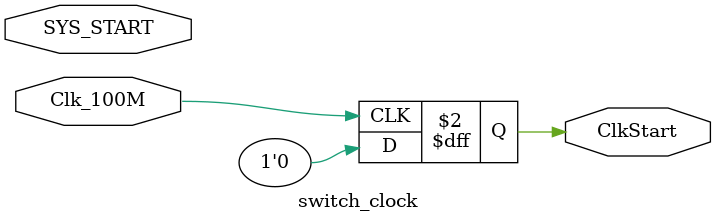
<source format=v>
`include "headdefine.v"

module switch_clock(input Clk_100M,
					//input External_PLL,
					//input Standard_CLK,
					input SYS_START,
					//output Refin_Clk
					output reg ClkStart
					);
					
reg[9:0] cnt;
//reg      ClkStart;
	
	
`ifdef USE_ePLL					
always @(posedge Clk_100M)
begin
	if(!SYS_START)
		begin
		cnt <= 10'b0;
		ClkStart <= 1'b0;
		end
	else
		begin
		if(cnt < 10'd1000)
			begin
			cnt <= cnt + 1'b1;
			ClkStart <= 1'b0;
			end
		else
			ClkStart <= 1'b1;
		end
end
`else
always @(posedge Clk_100M)
begin
	ClkStart <= 1'b0;
end			

`endif		
//assign Refin_Clk=(ClkStart)?External_PLL:Standard_CLK;
//assign Refin_Clk=External_PLL;//Standard_CLK;					
endmodule

</source>
